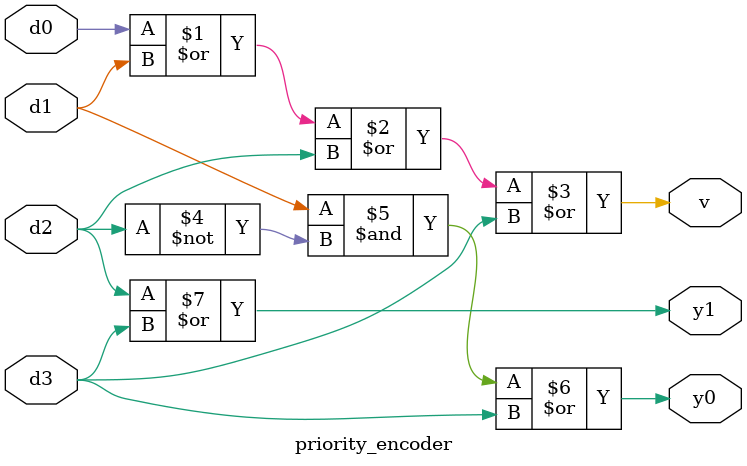
<source format=v>
`timescale 1ns / 1ps


module priority_encoder(
    input d0,d1,d2,d3,
    output y0,y1,v
    );
    assign v = d0 | d1 | d2 | d3 ;
    assign y0 = (d1 & ~d2) | d3;
    assign y1  = d2 | d3 ;
endmodule

</source>
